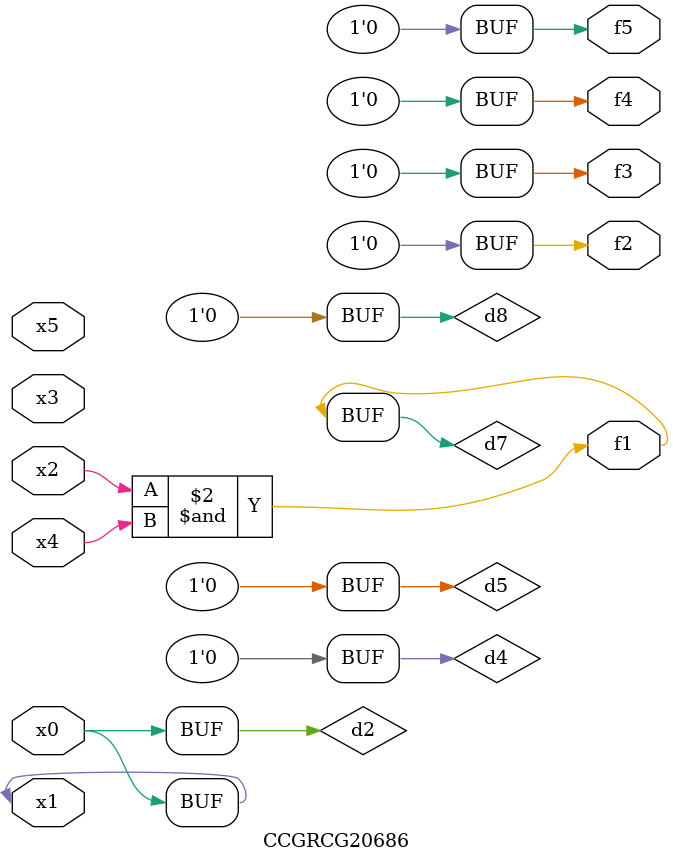
<source format=v>
module CCGRCG20686(
	input x0, x1, x2, x3, x4, x5,
	output f1, f2, f3, f4, f5
);

	wire d1, d2, d3, d4, d5, d6, d7, d8, d9;

	nand (d1, x1);
	buf (d2, x0, x1);
	nand (d3, x2, x4);
	and (d4, d1, d2);
	and (d5, d1, d2);
	nand (d6, d1, d3);
	not (d7, d3);
	xor (d8, d5);
	nor (d9, d5, d6);
	assign f1 = d7;
	assign f2 = d8;
	assign f3 = d8;
	assign f4 = d8;
	assign f5 = d8;
endmodule

</source>
